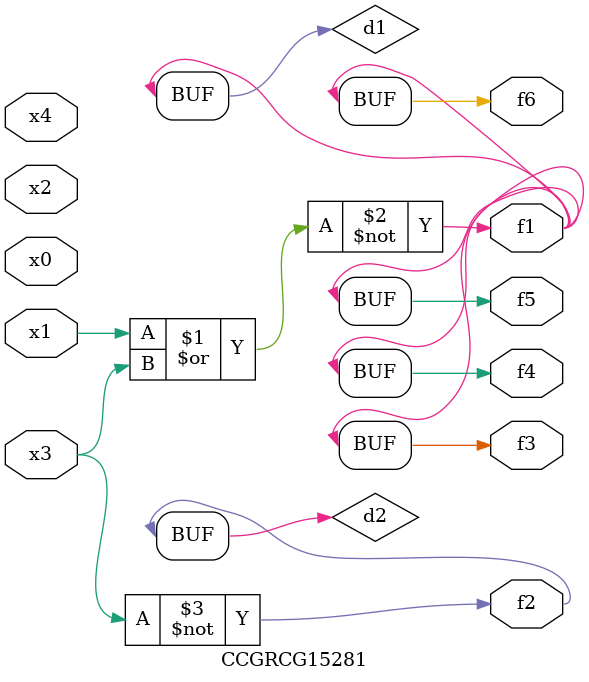
<source format=v>
module CCGRCG15281(
	input x0, x1, x2, x3, x4,
	output f1, f2, f3, f4, f5, f6
);

	wire d1, d2;

	nor (d1, x1, x3);
	not (d2, x3);
	assign f1 = d1;
	assign f2 = d2;
	assign f3 = d1;
	assign f4 = d1;
	assign f5 = d1;
	assign f6 = d1;
endmodule

</source>
